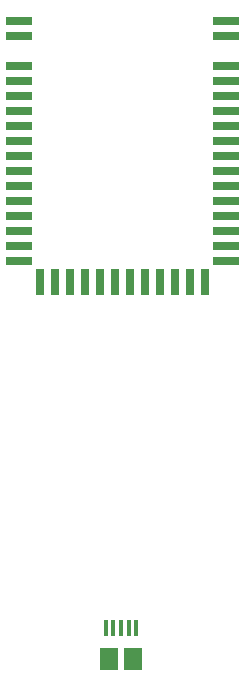
<source format=gbr>
G04 #@! TF.GenerationSoftware,KiCad,Pcbnew,(5.0.0)*
G04 #@! TF.CreationDate,2019-09-30T14:37:48-06:00*
G04 #@! TF.ProjectId,BlueMicro,426C75654D6963726F2E6B696361645F,rev?*
G04 #@! TF.SameCoordinates,Original*
G04 #@! TF.FileFunction,Paste,Top*
G04 #@! TF.FilePolarity,Positive*
%FSLAX46Y46*%
G04 Gerber Fmt 4.6, Leading zero omitted, Abs format (unit mm)*
G04 Created by KiCad (PCBNEW (5.0.0)) date 09/30/19 14:37:48*
%MOMM*%
%LPD*%
G01*
G04 APERTURE LIST*
%ADD10R,1.500000X1.900000*%
%ADD11R,0.400000X1.350000*%
%ADD12R,0.720000X2.200000*%
%ADD13R,2.200000X0.720000*%
G04 APERTURE END LIST*
D10*
G04 #@! TO.C,J17*
X79121000Y-106520500D03*
D11*
X77471000Y-103820500D03*
X76821000Y-103820500D03*
X79421000Y-103820500D03*
X78771000Y-103820500D03*
X78121000Y-103820500D03*
D10*
X77121000Y-106520500D03*
G04 #@! TD*
D12*
G04 #@! TO.C,U1*
X85217000Y-74549000D03*
X83947000Y-74549000D03*
X82677000Y-74549000D03*
X81407000Y-74549000D03*
X80137000Y-74549000D03*
X78867000Y-74549000D03*
X77597000Y-74549000D03*
X76327000Y-74549000D03*
X75057000Y-74549000D03*
X73787000Y-74549000D03*
X72517000Y-74549000D03*
X71247000Y-74549000D03*
D13*
X86995000Y-72771000D03*
X86995000Y-71501000D03*
X86995000Y-70231000D03*
X86995000Y-68961000D03*
X86995000Y-67691000D03*
X86995000Y-66421000D03*
X86995000Y-65151000D03*
X86995000Y-63881000D03*
X86995000Y-62611000D03*
X86995000Y-61341000D03*
X86995000Y-60071000D03*
X86995000Y-58801000D03*
X86995000Y-57531000D03*
X86995000Y-56261000D03*
X86995000Y-53721000D03*
X86995000Y-52451000D03*
X69469000Y-52451000D03*
X69469000Y-53721000D03*
X69469000Y-56261000D03*
X69469000Y-57531000D03*
X69469000Y-58801000D03*
X69469000Y-60071000D03*
X69469000Y-61341000D03*
X69469000Y-62611000D03*
X69469000Y-63881000D03*
X69469000Y-65151000D03*
X69469000Y-66421000D03*
X69469000Y-67691000D03*
X69469000Y-68961000D03*
X69469000Y-70231000D03*
X69469000Y-71501000D03*
X69469000Y-72771000D03*
G04 #@! TD*
M02*

</source>
